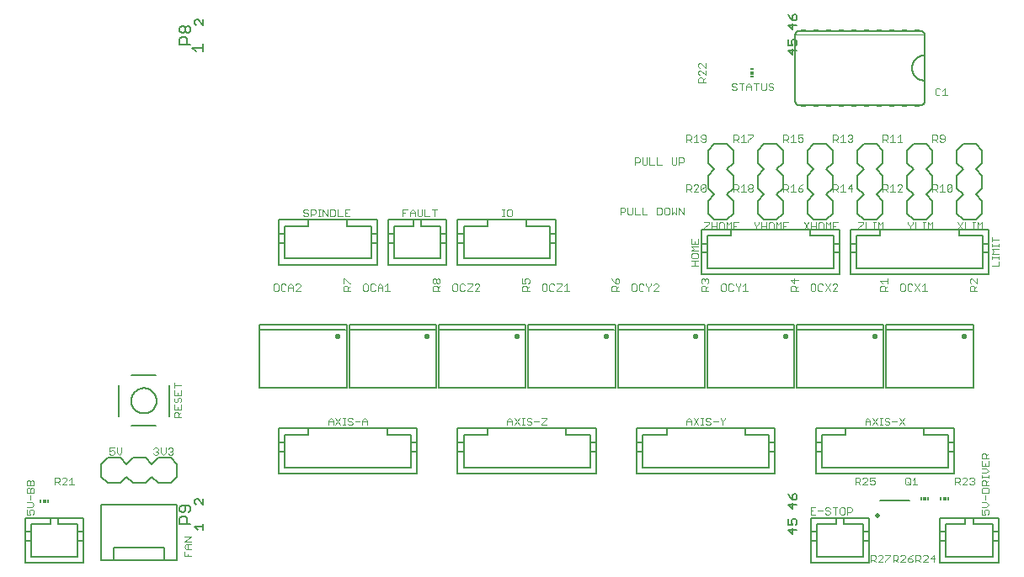
<source format=gto>
G75*
%MOIN*%
%OFA0B0*%
%FSLAX25Y25*%
%IPPOS*%
%LPD*%
%AMOC8*
5,1,8,0,0,1.08239X$1,22.5*
%
%ADD10C,0.00300*%
%ADD11C,0.00500*%
%ADD12C,0.00600*%
%ADD13C,0.02174*%
%ADD14C,0.00200*%
%ADD15R,0.02000X0.00500*%
%ADD16C,0.00800*%
%ADD17R,0.00591X0.01181*%
%ADD18R,0.01181X0.01181*%
%ADD19R,0.01181X0.00591*%
%ADD20C,0.01969*%
D10*
X0009872Y0023296D02*
X0011298Y0023296D01*
X0010823Y0024246D01*
X0010823Y0024722D01*
X0011298Y0025197D01*
X0012249Y0025197D01*
X0012724Y0024722D01*
X0012724Y0023771D01*
X0012249Y0023296D01*
X0009872Y0023296D02*
X0009872Y0025197D01*
X0009872Y0026196D02*
X0011773Y0026196D01*
X0012724Y0027146D01*
X0011773Y0028097D01*
X0009872Y0028097D01*
X0011298Y0029096D02*
X0011298Y0030997D01*
X0011298Y0031996D02*
X0011298Y0033422D01*
X0011773Y0033897D01*
X0012249Y0033897D01*
X0012724Y0033422D01*
X0012724Y0031996D01*
X0009872Y0031996D01*
X0009872Y0033422D01*
X0010347Y0033897D01*
X0010823Y0033897D01*
X0011298Y0033422D01*
X0011298Y0034896D02*
X0011298Y0036322D01*
X0011773Y0036797D01*
X0012249Y0036797D01*
X0012724Y0036322D01*
X0012724Y0034896D01*
X0009872Y0034896D01*
X0009872Y0036322D01*
X0010347Y0036797D01*
X0010823Y0036797D01*
X0011298Y0036322D01*
X0020898Y0036057D02*
X0022324Y0036057D01*
X0022799Y0036533D01*
X0022799Y0037483D01*
X0022324Y0037959D01*
X0020898Y0037959D01*
X0020898Y0035107D01*
X0021849Y0036057D02*
X0022799Y0035107D01*
X0023798Y0035107D02*
X0025699Y0037008D01*
X0025699Y0037483D01*
X0025224Y0037959D01*
X0024273Y0037959D01*
X0023798Y0037483D01*
X0023798Y0035107D02*
X0025699Y0035107D01*
X0026698Y0035107D02*
X0028600Y0035107D01*
X0027649Y0035107D02*
X0027649Y0037959D01*
X0026698Y0037008D01*
X0042552Y0047393D02*
X0043027Y0046918D01*
X0043978Y0046918D01*
X0044453Y0047393D01*
X0044453Y0048344D01*
X0043978Y0048819D01*
X0043502Y0048819D01*
X0042552Y0048344D01*
X0042552Y0049770D01*
X0044453Y0049770D01*
X0045452Y0049770D02*
X0045452Y0047868D01*
X0046402Y0046918D01*
X0047353Y0047868D01*
X0047353Y0049770D01*
X0059952Y0049294D02*
X0060428Y0049770D01*
X0061378Y0049770D01*
X0061854Y0049294D01*
X0061854Y0048819D01*
X0061378Y0048344D01*
X0061854Y0047868D01*
X0061854Y0047393D01*
X0061378Y0046918D01*
X0060428Y0046918D01*
X0059952Y0047393D01*
X0060903Y0048344D02*
X0061378Y0048344D01*
X0062852Y0047868D02*
X0063803Y0046918D01*
X0064754Y0047868D01*
X0064754Y0049770D01*
X0065752Y0049294D02*
X0066228Y0049770D01*
X0067178Y0049770D01*
X0067654Y0049294D01*
X0067654Y0048819D01*
X0067178Y0048344D01*
X0067654Y0047868D01*
X0067654Y0047393D01*
X0067178Y0046918D01*
X0066228Y0046918D01*
X0065752Y0047393D01*
X0066703Y0048344D02*
X0067178Y0048344D01*
X0062852Y0047868D02*
X0062852Y0049770D01*
X0068140Y0061945D02*
X0068140Y0063371D01*
X0068615Y0063846D01*
X0069566Y0063846D01*
X0070041Y0063371D01*
X0070041Y0061945D01*
X0070041Y0062895D02*
X0070992Y0063846D01*
X0070992Y0064845D02*
X0070992Y0066746D01*
X0070516Y0067745D02*
X0070992Y0068220D01*
X0070992Y0069171D01*
X0070516Y0069646D01*
X0070041Y0069646D01*
X0069566Y0069171D01*
X0069566Y0068220D01*
X0069090Y0067745D01*
X0068615Y0067745D01*
X0068140Y0068220D01*
X0068140Y0069171D01*
X0068615Y0069646D01*
X0068140Y0070645D02*
X0070992Y0070645D01*
X0070992Y0072546D01*
X0069566Y0071596D02*
X0069566Y0070645D01*
X0068140Y0070645D02*
X0068140Y0072546D01*
X0068140Y0073545D02*
X0068140Y0075446D01*
X0068140Y0074496D02*
X0070992Y0074496D01*
X0068140Y0066746D02*
X0068140Y0064845D01*
X0070992Y0064845D01*
X0069566Y0064845D02*
X0069566Y0065795D01*
X0070992Y0061945D02*
X0068140Y0061945D01*
X0129166Y0060630D02*
X0129166Y0058729D01*
X0129166Y0060155D02*
X0131067Y0060155D01*
X0131067Y0060630D02*
X0131067Y0058729D01*
X0132066Y0058729D02*
X0133967Y0061581D01*
X0134966Y0061581D02*
X0135917Y0061581D01*
X0135441Y0061581D02*
X0135441Y0058729D01*
X0134966Y0058729D02*
X0135917Y0058729D01*
X0136899Y0059204D02*
X0137375Y0058729D01*
X0138325Y0058729D01*
X0138801Y0059204D01*
X0138801Y0059679D01*
X0138325Y0060155D01*
X0137375Y0060155D01*
X0136899Y0060630D01*
X0136899Y0061105D01*
X0137375Y0061581D01*
X0138325Y0061581D01*
X0138801Y0061105D01*
X0139799Y0060155D02*
X0141701Y0060155D01*
X0142700Y0060155D02*
X0144601Y0060155D01*
X0144601Y0060630D02*
X0144601Y0058729D01*
X0144601Y0060630D02*
X0143650Y0061581D01*
X0142700Y0060630D01*
X0142700Y0058729D01*
X0133967Y0058729D02*
X0132066Y0061581D01*
X0131067Y0060630D02*
X0130116Y0061581D01*
X0129166Y0060630D01*
X0200032Y0060630D02*
X0200032Y0058729D01*
X0200032Y0060155D02*
X0201933Y0060155D01*
X0201933Y0060630D02*
X0201933Y0058729D01*
X0202932Y0058729D02*
X0204833Y0061581D01*
X0205832Y0061581D02*
X0206783Y0061581D01*
X0206307Y0061581D02*
X0206307Y0058729D01*
X0205832Y0058729D02*
X0206783Y0058729D01*
X0207766Y0059204D02*
X0208241Y0058729D01*
X0209192Y0058729D01*
X0209667Y0059204D01*
X0209667Y0059679D01*
X0209192Y0060155D01*
X0208241Y0060155D01*
X0207766Y0060630D01*
X0207766Y0061105D01*
X0208241Y0061581D01*
X0209192Y0061581D01*
X0209667Y0061105D01*
X0210666Y0060155D02*
X0212567Y0060155D01*
X0213566Y0059204D02*
X0215467Y0061105D01*
X0215467Y0061581D01*
X0213566Y0061581D01*
X0213566Y0059204D02*
X0213566Y0058729D01*
X0215467Y0058729D01*
X0204833Y0058729D02*
X0202932Y0061581D01*
X0201933Y0060630D02*
X0200983Y0061581D01*
X0200032Y0060630D01*
X0270898Y0060630D02*
X0270898Y0058729D01*
X0270898Y0060155D02*
X0272799Y0060155D01*
X0272799Y0060630D02*
X0272799Y0058729D01*
X0273798Y0058729D02*
X0275699Y0061581D01*
X0276698Y0061581D02*
X0277649Y0061581D01*
X0277174Y0061581D02*
X0277174Y0058729D01*
X0277649Y0058729D02*
X0276698Y0058729D01*
X0275699Y0058729D02*
X0273798Y0061581D01*
X0272799Y0060630D02*
X0271849Y0061581D01*
X0270898Y0060630D01*
X0278632Y0060630D02*
X0279107Y0060155D01*
X0280058Y0060155D01*
X0280533Y0059679D01*
X0280533Y0059204D01*
X0280058Y0058729D01*
X0279107Y0058729D01*
X0278632Y0059204D01*
X0278632Y0060630D02*
X0278632Y0061105D01*
X0279107Y0061581D01*
X0280058Y0061581D01*
X0280533Y0061105D01*
X0281532Y0060155D02*
X0283433Y0060155D01*
X0284432Y0061105D02*
X0285383Y0060155D01*
X0285383Y0058729D01*
X0285383Y0060155D02*
X0286333Y0061105D01*
X0286333Y0061581D01*
X0284432Y0061581D02*
X0284432Y0061105D01*
X0337827Y0037959D02*
X0337827Y0035107D01*
X0337827Y0036057D02*
X0339253Y0036057D01*
X0339729Y0036533D01*
X0339729Y0037483D01*
X0339253Y0037959D01*
X0337827Y0037959D01*
X0338778Y0036057D02*
X0339729Y0035107D01*
X0340727Y0035107D02*
X0342629Y0037008D01*
X0342629Y0037483D01*
X0342153Y0037959D01*
X0341203Y0037959D01*
X0340727Y0037483D01*
X0340727Y0035107D02*
X0342629Y0035107D01*
X0343627Y0035582D02*
X0344103Y0035107D01*
X0345053Y0035107D01*
X0345529Y0035582D01*
X0345529Y0036533D01*
X0345053Y0037008D01*
X0344578Y0037008D01*
X0343627Y0036533D01*
X0343627Y0037959D01*
X0345529Y0037959D01*
X0357512Y0037483D02*
X0357512Y0035582D01*
X0357988Y0035107D01*
X0358938Y0035107D01*
X0359414Y0035582D01*
X0359414Y0037483D01*
X0358938Y0037959D01*
X0357988Y0037959D01*
X0357512Y0037483D01*
X0358463Y0036057D02*
X0359414Y0035107D01*
X0360412Y0035107D02*
X0362314Y0035107D01*
X0361363Y0035107D02*
X0361363Y0037959D01*
X0360412Y0037008D01*
X0377197Y0037959D02*
X0377197Y0035107D01*
X0377197Y0036057D02*
X0378623Y0036057D01*
X0379099Y0036533D01*
X0379099Y0037483D01*
X0378623Y0037959D01*
X0377197Y0037959D01*
X0378148Y0036057D02*
X0379099Y0035107D01*
X0380097Y0035107D02*
X0381999Y0037008D01*
X0381999Y0037483D01*
X0381523Y0037959D01*
X0380573Y0037959D01*
X0380097Y0037483D01*
X0380097Y0035107D02*
X0381999Y0035107D01*
X0382997Y0035582D02*
X0383473Y0035107D01*
X0384423Y0035107D01*
X0384899Y0035582D01*
X0384899Y0036057D01*
X0384423Y0036533D01*
X0383948Y0036533D01*
X0384423Y0036533D02*
X0384899Y0037008D01*
X0384899Y0037483D01*
X0384423Y0037959D01*
X0383473Y0037959D01*
X0382997Y0037483D01*
X0387825Y0037796D02*
X0387825Y0038747D01*
X0387825Y0038272D02*
X0390677Y0038272D01*
X0390677Y0038747D02*
X0390677Y0037796D01*
X0390677Y0036797D02*
X0389726Y0035847D01*
X0389726Y0036322D02*
X0389726Y0034896D01*
X0390677Y0034896D02*
X0387825Y0034896D01*
X0387825Y0036322D01*
X0388300Y0036797D01*
X0389251Y0036797D01*
X0389726Y0036322D01*
X0390201Y0033897D02*
X0388300Y0033897D01*
X0387825Y0033422D01*
X0387825Y0031996D01*
X0390677Y0031996D01*
X0390677Y0033422D01*
X0390201Y0033897D01*
X0389251Y0030997D02*
X0389251Y0029096D01*
X0389726Y0028097D02*
X0387825Y0028097D01*
X0389726Y0028097D02*
X0390677Y0027146D01*
X0389726Y0026196D01*
X0387825Y0026196D01*
X0387825Y0025197D02*
X0387825Y0023296D01*
X0389251Y0023296D01*
X0388775Y0024246D01*
X0388775Y0024722D01*
X0389251Y0025197D01*
X0390201Y0025197D01*
X0390677Y0024722D01*
X0390677Y0023771D01*
X0390201Y0023296D01*
X0368833Y0007250D02*
X0367407Y0005824D01*
X0369309Y0005824D01*
X0368833Y0004398D02*
X0368833Y0007250D01*
X0366409Y0006775D02*
X0365933Y0007250D01*
X0364983Y0007250D01*
X0364507Y0006775D01*
X0363508Y0006775D02*
X0363033Y0007250D01*
X0361607Y0007250D01*
X0361607Y0004398D01*
X0361607Y0005349D02*
X0363033Y0005349D01*
X0363508Y0005824D01*
X0363508Y0006775D01*
X0362558Y0005349D02*
X0363508Y0004398D01*
X0364507Y0004398D02*
X0366409Y0006299D01*
X0366409Y0006775D01*
X0366409Y0004398D02*
X0364507Y0004398D01*
X0360450Y0004873D02*
X0360450Y0005349D01*
X0359975Y0005824D01*
X0358549Y0005824D01*
X0358549Y0004873D01*
X0359024Y0004398D01*
X0359975Y0004398D01*
X0360450Y0004873D01*
X0358549Y0005824D02*
X0359500Y0006775D01*
X0360450Y0007250D01*
X0357550Y0006775D02*
X0357075Y0007250D01*
X0356124Y0007250D01*
X0355649Y0006775D01*
X0354650Y0006775D02*
X0354650Y0005824D01*
X0354175Y0005349D01*
X0352749Y0005349D01*
X0353700Y0005349D02*
X0354650Y0004398D01*
X0355649Y0004398D02*
X0357550Y0006299D01*
X0357550Y0006775D01*
X0357550Y0004398D02*
X0355649Y0004398D01*
X0354650Y0006775D02*
X0354175Y0007250D01*
X0352749Y0007250D01*
X0352749Y0004398D01*
X0351592Y0006775D02*
X0349691Y0004873D01*
X0349691Y0004398D01*
X0348692Y0004398D02*
X0346791Y0004398D01*
X0348692Y0006299D01*
X0348692Y0006775D01*
X0348217Y0007250D01*
X0347266Y0007250D01*
X0346791Y0006775D01*
X0345792Y0006775D02*
X0345792Y0005824D01*
X0345317Y0005349D01*
X0343891Y0005349D01*
X0344841Y0005349D02*
X0345792Y0004398D01*
X0343891Y0004398D02*
X0343891Y0007250D01*
X0345317Y0007250D01*
X0345792Y0006775D01*
X0349691Y0007250D02*
X0351592Y0007250D01*
X0351592Y0006775D01*
X0334611Y0023296D02*
X0334611Y0026148D01*
X0336037Y0026148D01*
X0336513Y0025672D01*
X0336513Y0024722D01*
X0336037Y0024246D01*
X0334611Y0024246D01*
X0333612Y0023771D02*
X0333612Y0025672D01*
X0333137Y0026148D01*
X0332186Y0026148D01*
X0331711Y0025672D01*
X0331711Y0023771D01*
X0332186Y0023296D01*
X0333137Y0023296D01*
X0333612Y0023771D01*
X0330712Y0026148D02*
X0328811Y0026148D01*
X0329762Y0026148D02*
X0329762Y0023296D01*
X0327812Y0023771D02*
X0327812Y0024246D01*
X0327337Y0024722D01*
X0326386Y0024722D01*
X0325911Y0025197D01*
X0325911Y0025672D01*
X0326386Y0026148D01*
X0327337Y0026148D01*
X0327812Y0025672D01*
X0327812Y0023771D02*
X0327337Y0023296D01*
X0326386Y0023296D01*
X0325911Y0023771D01*
X0324912Y0024722D02*
X0323011Y0024722D01*
X0322012Y0026148D02*
X0320111Y0026148D01*
X0320111Y0023296D01*
X0322012Y0023296D01*
X0321061Y0024722D02*
X0320111Y0024722D01*
X0341764Y0058729D02*
X0341764Y0060630D01*
X0342715Y0061581D01*
X0343666Y0060630D01*
X0343666Y0058729D01*
X0344664Y0058729D02*
X0346566Y0061581D01*
X0347564Y0061581D02*
X0348515Y0061581D01*
X0348040Y0061581D02*
X0348040Y0058729D01*
X0348515Y0058729D02*
X0347564Y0058729D01*
X0346566Y0058729D02*
X0344664Y0061581D01*
X0343666Y0060155D02*
X0341764Y0060155D01*
X0349498Y0060630D02*
X0349973Y0060155D01*
X0350924Y0060155D01*
X0351399Y0059679D01*
X0351399Y0059204D01*
X0350924Y0058729D01*
X0349973Y0058729D01*
X0349498Y0059204D01*
X0349498Y0060630D02*
X0349498Y0061105D01*
X0349973Y0061581D01*
X0350924Y0061581D01*
X0351399Y0061105D01*
X0352398Y0060155D02*
X0354299Y0060155D01*
X0355298Y0061581D02*
X0357199Y0058729D01*
X0355298Y0058729D02*
X0357199Y0061581D01*
X0387825Y0046956D02*
X0388300Y0047431D01*
X0389251Y0047431D01*
X0389726Y0046956D01*
X0389726Y0045530D01*
X0389726Y0046481D02*
X0390677Y0047431D01*
X0390677Y0045530D02*
X0387825Y0045530D01*
X0387825Y0046956D01*
X0387825Y0044531D02*
X0387825Y0042630D01*
X0390677Y0042630D01*
X0390677Y0044531D01*
X0389251Y0043580D02*
X0389251Y0042630D01*
X0389726Y0041631D02*
X0387825Y0041631D01*
X0389726Y0041631D02*
X0390677Y0040680D01*
X0389726Y0039730D01*
X0387825Y0039730D01*
X0385952Y0111984D02*
X0383100Y0111984D01*
X0383100Y0113410D01*
X0383576Y0113885D01*
X0384526Y0113885D01*
X0385002Y0113410D01*
X0385002Y0111984D01*
X0385002Y0112934D02*
X0385952Y0113885D01*
X0385952Y0114884D02*
X0384051Y0116785D01*
X0383576Y0116785D01*
X0383100Y0116310D01*
X0383100Y0115359D01*
X0383576Y0114884D01*
X0385952Y0114884D02*
X0385952Y0116785D01*
X0391762Y0121721D02*
X0394614Y0121721D01*
X0394614Y0123622D01*
X0394614Y0124621D02*
X0394614Y0125572D01*
X0394614Y0125096D02*
X0391762Y0125096D01*
X0391762Y0124621D02*
X0391762Y0125572D01*
X0391762Y0126554D02*
X0392712Y0127505D01*
X0391762Y0128456D01*
X0394614Y0128456D01*
X0394614Y0129454D02*
X0394614Y0130405D01*
X0394614Y0129930D02*
X0391762Y0129930D01*
X0391762Y0130405D02*
X0391762Y0129454D01*
X0391762Y0131388D02*
X0391762Y0133289D01*
X0391762Y0132339D02*
X0394614Y0132339D01*
X0388009Y0136288D02*
X0388009Y0139140D01*
X0387059Y0138189D01*
X0386108Y0139140D01*
X0386108Y0136288D01*
X0385125Y0136288D02*
X0384175Y0136288D01*
X0384650Y0136288D02*
X0384650Y0139140D01*
X0384175Y0139140D02*
X0385125Y0139140D01*
X0381275Y0139140D02*
X0381275Y0136288D01*
X0383176Y0136288D01*
X0380276Y0136288D02*
X0378375Y0139140D01*
X0380276Y0139140D02*
X0378375Y0136288D01*
X0368324Y0136288D02*
X0368324Y0139140D01*
X0367374Y0138189D01*
X0366423Y0139140D01*
X0366423Y0136288D01*
X0365440Y0136288D02*
X0364490Y0136288D01*
X0364965Y0136288D02*
X0364965Y0139140D01*
X0364490Y0139140D02*
X0365440Y0139140D01*
X0361590Y0139140D02*
X0361590Y0136288D01*
X0363491Y0136288D01*
X0360591Y0138664D02*
X0359640Y0137714D01*
X0359640Y0136288D01*
X0359640Y0137714D02*
X0358689Y0138664D01*
X0358689Y0139140D01*
X0360591Y0139140D02*
X0360591Y0138664D01*
X0348639Y0139140D02*
X0348639Y0136288D01*
X0346738Y0136288D02*
X0346738Y0139140D01*
X0347689Y0138189D01*
X0348639Y0139140D01*
X0345755Y0139140D02*
X0344805Y0139140D01*
X0345280Y0139140D02*
X0345280Y0136288D01*
X0344805Y0136288D02*
X0345755Y0136288D01*
X0343806Y0136288D02*
X0341905Y0136288D01*
X0341905Y0139140D01*
X0340906Y0139140D02*
X0340906Y0138664D01*
X0339004Y0136763D01*
X0339004Y0136288D01*
X0340906Y0136288D01*
X0340906Y0139140D02*
X0339004Y0139140D01*
X0330923Y0139140D02*
X0329022Y0139140D01*
X0329022Y0136288D01*
X0330923Y0136288D01*
X0329972Y0137714D02*
X0329022Y0137714D01*
X0328023Y0139140D02*
X0328023Y0136288D01*
X0326121Y0136288D02*
X0326121Y0139140D01*
X0327072Y0138189D01*
X0328023Y0139140D01*
X0325123Y0138664D02*
X0324647Y0139140D01*
X0323697Y0139140D01*
X0323221Y0138664D01*
X0323221Y0136763D01*
X0323697Y0136288D01*
X0324647Y0136288D01*
X0325123Y0136763D01*
X0325123Y0138664D01*
X0322223Y0139140D02*
X0322223Y0136288D01*
X0322223Y0137714D02*
X0320321Y0137714D01*
X0320321Y0136288D02*
X0320321Y0139140D01*
X0319322Y0139140D02*
X0317421Y0136288D01*
X0319322Y0136288D02*
X0317421Y0139140D01*
X0311238Y0139140D02*
X0309336Y0139140D01*
X0309336Y0136288D01*
X0311238Y0136288D01*
X0310287Y0137714D02*
X0309336Y0137714D01*
X0308338Y0139140D02*
X0308338Y0136288D01*
X0306436Y0136288D02*
X0306436Y0139140D01*
X0307387Y0138189D01*
X0308338Y0139140D01*
X0305438Y0138664D02*
X0304962Y0139140D01*
X0304012Y0139140D01*
X0303536Y0138664D01*
X0303536Y0136763D01*
X0304012Y0136288D01*
X0304962Y0136288D01*
X0305438Y0136763D01*
X0305438Y0138664D01*
X0302538Y0139140D02*
X0302538Y0136288D01*
X0302538Y0137714D02*
X0300636Y0137714D01*
X0299637Y0138664D02*
X0299637Y0139140D01*
X0299637Y0138664D02*
X0298687Y0137714D01*
X0298687Y0136288D01*
X0298687Y0137714D02*
X0297736Y0138664D01*
X0297736Y0139140D01*
X0300636Y0139140D02*
X0300636Y0136288D01*
X0291553Y0136288D02*
X0289651Y0136288D01*
X0289651Y0139140D01*
X0291553Y0139140D01*
X0290602Y0137714D02*
X0289651Y0137714D01*
X0288653Y0139140D02*
X0288653Y0136288D01*
X0286751Y0136288D02*
X0286751Y0139140D01*
X0287702Y0138189D01*
X0288653Y0139140D01*
X0285753Y0138664D02*
X0285277Y0139140D01*
X0284327Y0139140D01*
X0283851Y0138664D01*
X0283851Y0136763D01*
X0284327Y0136288D01*
X0285277Y0136288D01*
X0285753Y0136763D01*
X0285753Y0138664D01*
X0282852Y0139140D02*
X0282852Y0136288D01*
X0282852Y0137714D02*
X0280951Y0137714D01*
X0279952Y0138664D02*
X0279952Y0139140D01*
X0278051Y0139140D01*
X0279952Y0138664D02*
X0278051Y0136763D01*
X0278051Y0136288D01*
X0279952Y0136288D01*
X0280951Y0136288D02*
X0280951Y0139140D01*
X0275716Y0132533D02*
X0275716Y0130632D01*
X0272864Y0130632D01*
X0272864Y0132533D01*
X0274290Y0131582D02*
X0274290Y0130632D01*
X0272864Y0129633D02*
X0275716Y0129633D01*
X0275716Y0127732D02*
X0272864Y0127732D01*
X0273815Y0128682D01*
X0272864Y0129633D01*
X0273339Y0126733D02*
X0272864Y0126258D01*
X0272864Y0125307D01*
X0273339Y0124832D01*
X0275241Y0124832D01*
X0275716Y0125307D01*
X0275716Y0126258D01*
X0275241Y0126733D01*
X0273339Y0126733D01*
X0272864Y0123833D02*
X0275716Y0123833D01*
X0274290Y0123833D02*
X0274290Y0121931D01*
X0275716Y0121931D02*
X0272864Y0121931D01*
X0277276Y0116785D02*
X0277752Y0116785D01*
X0278227Y0116310D01*
X0278702Y0116785D01*
X0279178Y0116785D01*
X0279653Y0116310D01*
X0279653Y0115359D01*
X0279178Y0114884D01*
X0279653Y0113885D02*
X0278702Y0112934D01*
X0278702Y0113410D02*
X0278702Y0111984D01*
X0279653Y0111984D02*
X0276801Y0111984D01*
X0276801Y0113410D01*
X0277276Y0113885D01*
X0278227Y0113885D01*
X0278702Y0113410D01*
X0277276Y0114884D02*
X0276801Y0115359D01*
X0276801Y0116310D01*
X0277276Y0116785D01*
X0278227Y0116310D02*
X0278227Y0115834D01*
X0284678Y0114255D02*
X0284678Y0112354D01*
X0285153Y0111878D01*
X0286104Y0111878D01*
X0286579Y0112354D01*
X0286579Y0114255D01*
X0286104Y0114730D01*
X0285153Y0114730D01*
X0284678Y0114255D01*
X0287578Y0114255D02*
X0287578Y0112354D01*
X0288053Y0111878D01*
X0289004Y0111878D01*
X0289479Y0112354D01*
X0289479Y0114255D02*
X0289004Y0114730D01*
X0288053Y0114730D01*
X0287578Y0114255D01*
X0290478Y0114255D02*
X0291428Y0113304D01*
X0291428Y0111878D01*
X0291428Y0113304D02*
X0292379Y0114255D01*
X0292379Y0114730D01*
X0293378Y0113780D02*
X0294329Y0114730D01*
X0294329Y0111878D01*
X0295279Y0111878D02*
X0293378Y0111878D01*
X0290478Y0114255D02*
X0290478Y0114730D01*
X0312234Y0113410D02*
X0312234Y0111984D01*
X0315086Y0111984D01*
X0314136Y0111984D02*
X0314136Y0113410D01*
X0313660Y0113885D01*
X0312710Y0113885D01*
X0312234Y0113410D01*
X0314136Y0112934D02*
X0315086Y0113885D01*
X0313660Y0114884D02*
X0313660Y0116785D01*
X0312234Y0116310D02*
X0313660Y0114884D01*
X0315086Y0116310D02*
X0312234Y0116310D01*
X0320111Y0114255D02*
X0320111Y0112354D01*
X0320586Y0111878D01*
X0321537Y0111878D01*
X0322012Y0112354D01*
X0322012Y0114255D01*
X0321537Y0114730D01*
X0320586Y0114730D01*
X0320111Y0114255D01*
X0323011Y0114255D02*
X0323011Y0112354D01*
X0323486Y0111878D01*
X0324437Y0111878D01*
X0324912Y0112354D01*
X0325911Y0111878D02*
X0327812Y0114730D01*
X0328811Y0114255D02*
X0329286Y0114730D01*
X0330237Y0114730D01*
X0330712Y0114255D01*
X0330712Y0113780D01*
X0328811Y0111878D01*
X0330712Y0111878D01*
X0327812Y0111878D02*
X0325911Y0114730D01*
X0324912Y0114255D02*
X0324437Y0114730D01*
X0323486Y0114730D01*
X0323011Y0114255D01*
X0347667Y0113410D02*
X0347667Y0111984D01*
X0350519Y0111984D01*
X0349569Y0111984D02*
X0349569Y0113410D01*
X0349093Y0113885D01*
X0348143Y0113885D01*
X0347667Y0113410D01*
X0348618Y0114884D02*
X0347667Y0115834D01*
X0350519Y0115834D01*
X0350519Y0114884D02*
X0350519Y0116785D01*
X0350519Y0113885D02*
X0349569Y0112934D01*
X0355544Y0112354D02*
X0356019Y0111878D01*
X0356970Y0111878D01*
X0357445Y0112354D01*
X0357445Y0114255D01*
X0356970Y0114730D01*
X0356019Y0114730D01*
X0355544Y0114255D01*
X0355544Y0112354D01*
X0358444Y0112354D02*
X0358444Y0114255D01*
X0358919Y0114730D01*
X0359870Y0114730D01*
X0360345Y0114255D01*
X0361344Y0114730D02*
X0363245Y0111878D01*
X0364244Y0111878D02*
X0366145Y0111878D01*
X0365195Y0111878D02*
X0365195Y0114730D01*
X0364244Y0113780D01*
X0363245Y0114730D02*
X0361344Y0111878D01*
X0360345Y0112354D02*
X0359870Y0111878D01*
X0358919Y0111878D01*
X0358444Y0112354D01*
X0391762Y0126554D02*
X0394614Y0126554D01*
X0375565Y0151248D02*
X0374615Y0151248D01*
X0374139Y0151724D01*
X0376041Y0153625D01*
X0376041Y0151724D01*
X0375565Y0151248D01*
X0374139Y0151724D02*
X0374139Y0153625D01*
X0374615Y0154100D01*
X0375565Y0154100D01*
X0376041Y0153625D01*
X0373140Y0151248D02*
X0371239Y0151248D01*
X0372190Y0151248D02*
X0372190Y0154100D01*
X0371239Y0153150D01*
X0370240Y0153625D02*
X0370240Y0152674D01*
X0369765Y0152199D01*
X0368339Y0152199D01*
X0368339Y0151248D02*
X0368339Y0154100D01*
X0369765Y0154100D01*
X0370240Y0153625D01*
X0369290Y0152199D02*
X0370240Y0151248D01*
X0356356Y0151248D02*
X0354454Y0151248D01*
X0356356Y0153150D01*
X0356356Y0153625D01*
X0355880Y0154100D01*
X0354929Y0154100D01*
X0354454Y0153625D01*
X0352505Y0154100D02*
X0352505Y0151248D01*
X0353455Y0151248D02*
X0351554Y0151248D01*
X0350555Y0151248D02*
X0349605Y0152199D01*
X0350080Y0152199D02*
X0348654Y0152199D01*
X0348654Y0151248D02*
X0348654Y0154100D01*
X0350080Y0154100D01*
X0350555Y0153625D01*
X0350555Y0152674D01*
X0350080Y0152199D01*
X0351554Y0153150D02*
X0352505Y0154100D01*
X0336670Y0152674D02*
X0334769Y0152674D01*
X0336195Y0154100D01*
X0336195Y0151248D01*
X0333770Y0151248D02*
X0331869Y0151248D01*
X0332820Y0151248D02*
X0332820Y0154100D01*
X0331869Y0153150D01*
X0330870Y0153625D02*
X0330870Y0152674D01*
X0330395Y0152199D01*
X0328969Y0152199D01*
X0329920Y0152199D02*
X0330870Y0151248D01*
X0328969Y0151248D02*
X0328969Y0154100D01*
X0330395Y0154100D01*
X0330870Y0153625D01*
X0316985Y0154100D02*
X0316035Y0153625D01*
X0315084Y0152674D01*
X0316510Y0152674D01*
X0316985Y0152199D01*
X0316985Y0151724D01*
X0316510Y0151248D01*
X0315559Y0151248D01*
X0315084Y0151724D01*
X0315084Y0152674D01*
X0314085Y0151248D02*
X0312184Y0151248D01*
X0313135Y0151248D02*
X0313135Y0154100D01*
X0312184Y0153150D01*
X0311185Y0153625D02*
X0311185Y0152674D01*
X0310710Y0152199D01*
X0309284Y0152199D01*
X0310235Y0152199D02*
X0311185Y0151248D01*
X0309284Y0151248D02*
X0309284Y0154100D01*
X0310710Y0154100D01*
X0311185Y0153625D01*
X0297300Y0153625D02*
X0297300Y0153150D01*
X0296825Y0152674D01*
X0295874Y0152674D01*
X0295399Y0153150D01*
X0295399Y0153625D01*
X0295874Y0154100D01*
X0296825Y0154100D01*
X0297300Y0153625D01*
X0296825Y0152674D02*
X0297300Y0152199D01*
X0297300Y0151724D01*
X0296825Y0151248D01*
X0295874Y0151248D01*
X0295399Y0151724D01*
X0295399Y0152199D01*
X0295874Y0152674D01*
X0294400Y0151248D02*
X0292499Y0151248D01*
X0293450Y0151248D02*
X0293450Y0154100D01*
X0292499Y0153150D01*
X0291500Y0153625D02*
X0291500Y0152674D01*
X0291025Y0152199D01*
X0289599Y0152199D01*
X0290549Y0152199D02*
X0291500Y0151248D01*
X0289599Y0151248D02*
X0289599Y0154100D01*
X0291025Y0154100D01*
X0291500Y0153625D01*
X0278600Y0153625D02*
X0276698Y0151724D01*
X0277174Y0151248D01*
X0278124Y0151248D01*
X0278600Y0151724D01*
X0278600Y0153625D01*
X0278124Y0154100D01*
X0277174Y0154100D01*
X0276698Y0153625D01*
X0276698Y0151724D01*
X0275699Y0151248D02*
X0273798Y0151248D01*
X0275699Y0153150D01*
X0275699Y0153625D01*
X0275224Y0154100D01*
X0274273Y0154100D01*
X0273798Y0153625D01*
X0272799Y0153625D02*
X0272799Y0152674D01*
X0272324Y0152199D01*
X0270898Y0152199D01*
X0270898Y0151248D02*
X0270898Y0154100D01*
X0272324Y0154100D01*
X0272799Y0153625D01*
X0271849Y0152199D02*
X0272799Y0151248D01*
X0269899Y0145045D02*
X0269899Y0142193D01*
X0267998Y0145045D01*
X0267998Y0142193D01*
X0266999Y0142193D02*
X0266999Y0145045D01*
X0265098Y0145045D02*
X0265098Y0142193D01*
X0266048Y0143144D01*
X0266999Y0142193D01*
X0264099Y0142669D02*
X0264099Y0144570D01*
X0263624Y0145045D01*
X0262673Y0145045D01*
X0262198Y0144570D01*
X0262198Y0142669D01*
X0262673Y0142193D01*
X0263624Y0142193D01*
X0264099Y0142669D01*
X0261199Y0142669D02*
X0261199Y0144570D01*
X0260724Y0145045D01*
X0259298Y0145045D01*
X0259298Y0142193D01*
X0260724Y0142193D01*
X0261199Y0142669D01*
X0255399Y0142193D02*
X0253497Y0142193D01*
X0253497Y0145045D01*
X0250597Y0145045D02*
X0250597Y0142193D01*
X0252499Y0142193D01*
X0249598Y0142669D02*
X0249598Y0145045D01*
X0247697Y0145045D02*
X0247697Y0142669D01*
X0248172Y0142193D01*
X0249123Y0142193D01*
X0249598Y0142669D01*
X0246698Y0143619D02*
X0246223Y0143144D01*
X0244797Y0143144D01*
X0244797Y0142193D02*
X0244797Y0145045D01*
X0246223Y0145045D01*
X0246698Y0144570D01*
X0246698Y0143619D01*
X0250597Y0161878D02*
X0250597Y0164730D01*
X0252023Y0164730D01*
X0252499Y0164255D01*
X0252499Y0163304D01*
X0252023Y0162829D01*
X0250597Y0162829D01*
X0253497Y0162354D02*
X0253973Y0161878D01*
X0254923Y0161878D01*
X0255399Y0162354D01*
X0255399Y0164730D01*
X0256397Y0164730D02*
X0256397Y0161878D01*
X0258299Y0161878D01*
X0259298Y0161878D02*
X0261199Y0161878D01*
X0259298Y0161878D02*
X0259298Y0164730D01*
X0253497Y0164730D02*
X0253497Y0162354D01*
X0265098Y0162354D02*
X0265573Y0161878D01*
X0266524Y0161878D01*
X0266999Y0162354D01*
X0266999Y0164730D01*
X0267998Y0164730D02*
X0269424Y0164730D01*
X0269899Y0164255D01*
X0269899Y0163304D01*
X0269424Y0162829D01*
X0267998Y0162829D01*
X0267998Y0161878D02*
X0267998Y0164730D01*
X0265098Y0164730D02*
X0265098Y0162354D01*
X0270898Y0170933D02*
X0270898Y0173786D01*
X0272324Y0173786D01*
X0272799Y0173310D01*
X0272799Y0172359D01*
X0272324Y0171884D01*
X0270898Y0171884D01*
X0271849Y0171884D02*
X0272799Y0170933D01*
X0273798Y0170933D02*
X0275699Y0170933D01*
X0274749Y0170933D02*
X0274749Y0173786D01*
X0273798Y0172835D01*
X0276698Y0172835D02*
X0277174Y0172359D01*
X0278600Y0172359D01*
X0278600Y0171409D02*
X0278600Y0173310D01*
X0278124Y0173786D01*
X0277174Y0173786D01*
X0276698Y0173310D01*
X0276698Y0172835D01*
X0276698Y0171409D02*
X0277174Y0170933D01*
X0278124Y0170933D01*
X0278600Y0171409D01*
X0289599Y0171884D02*
X0291025Y0171884D01*
X0291500Y0172359D01*
X0291500Y0173310D01*
X0291025Y0173786D01*
X0289599Y0173786D01*
X0289599Y0170933D01*
X0290549Y0171884D02*
X0291500Y0170933D01*
X0292499Y0170933D02*
X0294400Y0170933D01*
X0293450Y0170933D02*
X0293450Y0173786D01*
X0292499Y0172835D01*
X0295399Y0173786D02*
X0297300Y0173786D01*
X0297300Y0173310D01*
X0295399Y0171409D01*
X0295399Y0170933D01*
X0309284Y0170933D02*
X0309284Y0173786D01*
X0310710Y0173786D01*
X0311185Y0173310D01*
X0311185Y0172359D01*
X0310710Y0171884D01*
X0309284Y0171884D01*
X0310235Y0171884D02*
X0311185Y0170933D01*
X0312184Y0170933D02*
X0314085Y0170933D01*
X0313135Y0170933D02*
X0313135Y0173786D01*
X0312184Y0172835D01*
X0315084Y0172359D02*
X0316035Y0172835D01*
X0316510Y0172835D01*
X0316985Y0172359D01*
X0316985Y0171409D01*
X0316510Y0170933D01*
X0315559Y0170933D01*
X0315084Y0171409D01*
X0315084Y0172359D02*
X0315084Y0173786D01*
X0316985Y0173786D01*
X0328969Y0173786D02*
X0328969Y0170933D01*
X0328969Y0171884D02*
X0330395Y0171884D01*
X0330870Y0172359D01*
X0330870Y0173310D01*
X0330395Y0173786D01*
X0328969Y0173786D01*
X0329920Y0171884D02*
X0330870Y0170933D01*
X0331869Y0170933D02*
X0333770Y0170933D01*
X0332820Y0170933D02*
X0332820Y0173786D01*
X0331869Y0172835D01*
X0334769Y0173310D02*
X0335244Y0173786D01*
X0336195Y0173786D01*
X0336670Y0173310D01*
X0336670Y0172835D01*
X0336195Y0172359D01*
X0336670Y0171884D01*
X0336670Y0171409D01*
X0336195Y0170933D01*
X0335244Y0170933D01*
X0334769Y0171409D01*
X0335720Y0172359D02*
X0336195Y0172359D01*
X0348654Y0171884D02*
X0350080Y0171884D01*
X0350555Y0172359D01*
X0350555Y0173310D01*
X0350080Y0173786D01*
X0348654Y0173786D01*
X0348654Y0170933D01*
X0349605Y0171884D02*
X0350555Y0170933D01*
X0351554Y0170933D02*
X0353455Y0170933D01*
X0352505Y0170933D02*
X0352505Y0173786D01*
X0351554Y0172835D01*
X0354454Y0172835D02*
X0355405Y0173786D01*
X0355405Y0170933D01*
X0354454Y0170933D02*
X0356356Y0170933D01*
X0368339Y0170933D02*
X0368339Y0173786D01*
X0369765Y0173786D01*
X0370240Y0173310D01*
X0370240Y0172359D01*
X0369765Y0171884D01*
X0368339Y0171884D01*
X0369290Y0171884D02*
X0370240Y0170933D01*
X0371239Y0171409D02*
X0371714Y0170933D01*
X0372665Y0170933D01*
X0373140Y0171409D01*
X0373140Y0173310D01*
X0372665Y0173786D01*
X0371714Y0173786D01*
X0371239Y0173310D01*
X0371239Y0172835D01*
X0371714Y0172359D01*
X0373140Y0172359D01*
X0373279Y0189437D02*
X0373279Y0192289D01*
X0372329Y0191339D01*
X0371330Y0191814D02*
X0370855Y0192289D01*
X0369904Y0192289D01*
X0369429Y0191814D01*
X0369429Y0189913D01*
X0369904Y0189437D01*
X0370855Y0189437D01*
X0371330Y0189913D01*
X0372329Y0189437D02*
X0374230Y0189437D01*
X0305332Y0191881D02*
X0304857Y0191406D01*
X0303906Y0191406D01*
X0303431Y0191881D01*
X0302432Y0191881D02*
X0302432Y0194258D01*
X0303431Y0193783D02*
X0303431Y0193307D01*
X0303906Y0192832D01*
X0304857Y0192832D01*
X0305332Y0192357D01*
X0305332Y0191881D01*
X0305332Y0193783D02*
X0304857Y0194258D01*
X0303906Y0194258D01*
X0303431Y0193783D01*
X0302432Y0191881D02*
X0301957Y0191406D01*
X0301006Y0191406D01*
X0300531Y0191881D01*
X0300531Y0194258D01*
X0299532Y0194258D02*
X0297631Y0194258D01*
X0298581Y0194258D02*
X0298581Y0191406D01*
X0296632Y0191406D02*
X0296632Y0193307D01*
X0295681Y0194258D01*
X0294731Y0193307D01*
X0294731Y0191406D01*
X0294731Y0192832D02*
X0296632Y0192832D01*
X0293732Y0194258D02*
X0291831Y0194258D01*
X0292781Y0194258D02*
X0292781Y0191406D01*
X0290832Y0191881D02*
X0290356Y0191406D01*
X0289406Y0191406D01*
X0288930Y0191881D01*
X0289406Y0192832D02*
X0290356Y0192832D01*
X0290832Y0192357D01*
X0290832Y0191881D01*
X0289406Y0192832D02*
X0288930Y0193307D01*
X0288930Y0193783D01*
X0289406Y0194258D01*
X0290356Y0194258D01*
X0290832Y0193783D01*
X0278472Y0194556D02*
X0275620Y0194556D01*
X0275620Y0195982D01*
X0276095Y0196457D01*
X0277046Y0196457D01*
X0277521Y0195982D01*
X0277521Y0194556D01*
X0277521Y0195506D02*
X0278472Y0196457D01*
X0278472Y0197456D02*
X0276571Y0199357D01*
X0276095Y0199357D01*
X0275620Y0198882D01*
X0275620Y0197931D01*
X0276095Y0197456D01*
X0278472Y0197456D02*
X0278472Y0199357D01*
X0278472Y0200356D02*
X0276571Y0202257D01*
X0276095Y0202257D01*
X0275620Y0201782D01*
X0275620Y0200831D01*
X0276095Y0200356D01*
X0278472Y0200356D02*
X0278472Y0202257D01*
X0201898Y0143783D02*
X0201423Y0144258D01*
X0200472Y0144258D01*
X0199997Y0143783D01*
X0199997Y0141881D01*
X0200472Y0141406D01*
X0201423Y0141406D01*
X0201898Y0141881D01*
X0201898Y0143783D01*
X0199014Y0144258D02*
X0198063Y0144258D01*
X0198539Y0144258D02*
X0198539Y0141406D01*
X0199014Y0141406D02*
X0198063Y0141406D01*
X0172195Y0144258D02*
X0170294Y0144258D01*
X0171244Y0144258D02*
X0171244Y0141406D01*
X0169295Y0141406D02*
X0167394Y0141406D01*
X0167394Y0144258D01*
X0166395Y0144258D02*
X0166395Y0141881D01*
X0165920Y0141406D01*
X0164969Y0141406D01*
X0164494Y0141881D01*
X0164494Y0144258D01*
X0163495Y0143307D02*
X0163495Y0141406D01*
X0163495Y0142832D02*
X0161593Y0142832D01*
X0161593Y0143307D02*
X0162544Y0144258D01*
X0163495Y0143307D01*
X0161593Y0143307D02*
X0161593Y0141406D01*
X0159644Y0142832D02*
X0158693Y0142832D01*
X0158693Y0141406D02*
X0158693Y0144258D01*
X0160595Y0144258D01*
X0137659Y0144258D02*
X0135757Y0144258D01*
X0135757Y0141406D01*
X0137659Y0141406D01*
X0136708Y0142832D02*
X0135757Y0142832D01*
X0134758Y0141406D02*
X0132857Y0141406D01*
X0132857Y0144258D01*
X0131858Y0143783D02*
X0131858Y0141881D01*
X0131383Y0141406D01*
X0129957Y0141406D01*
X0129957Y0144258D01*
X0131383Y0144258D01*
X0131858Y0143783D01*
X0128958Y0144258D02*
X0128958Y0141406D01*
X0127057Y0144258D01*
X0127057Y0141406D01*
X0126074Y0141406D02*
X0125123Y0141406D01*
X0125599Y0141406D02*
X0125599Y0144258D01*
X0126074Y0144258D02*
X0125123Y0144258D01*
X0124125Y0143783D02*
X0124125Y0142832D01*
X0123649Y0142357D01*
X0122223Y0142357D01*
X0122223Y0141406D02*
X0122223Y0144258D01*
X0123649Y0144258D01*
X0124125Y0143783D01*
X0121225Y0143783D02*
X0120749Y0144258D01*
X0119799Y0144258D01*
X0119323Y0143783D01*
X0119323Y0143307D01*
X0119799Y0142832D01*
X0120749Y0142832D01*
X0121225Y0142357D01*
X0121225Y0141881D01*
X0120749Y0141406D01*
X0119799Y0141406D01*
X0119323Y0141881D01*
X0135069Y0116785D02*
X0135544Y0116785D01*
X0137446Y0114884D01*
X0137921Y0114884D01*
X0137921Y0113885D02*
X0136970Y0112934D01*
X0136970Y0113410D02*
X0136970Y0111984D01*
X0137921Y0111984D02*
X0135069Y0111984D01*
X0135069Y0113410D01*
X0135544Y0113885D01*
X0136495Y0113885D01*
X0136970Y0113410D01*
X0135069Y0114884D02*
X0135069Y0116785D01*
X0142945Y0114255D02*
X0142945Y0112354D01*
X0143421Y0111878D01*
X0144371Y0111878D01*
X0144847Y0112354D01*
X0144847Y0114255D01*
X0144371Y0114730D01*
X0143421Y0114730D01*
X0142945Y0114255D01*
X0145845Y0114255D02*
X0145845Y0112354D01*
X0146321Y0111878D01*
X0147271Y0111878D01*
X0147747Y0112354D01*
X0148745Y0111878D02*
X0148745Y0113780D01*
X0149696Y0114730D01*
X0150647Y0113780D01*
X0150647Y0111878D01*
X0151646Y0111878D02*
X0153547Y0111878D01*
X0152596Y0111878D02*
X0152596Y0114730D01*
X0151646Y0113780D01*
X0150647Y0113304D02*
X0148745Y0113304D01*
X0147747Y0114255D02*
X0147271Y0114730D01*
X0146321Y0114730D01*
X0145845Y0114255D01*
X0170502Y0113410D02*
X0170502Y0111984D01*
X0173354Y0111984D01*
X0172403Y0111984D02*
X0172403Y0113410D01*
X0171928Y0113885D01*
X0170977Y0113885D01*
X0170502Y0113410D01*
X0170977Y0114884D02*
X0171453Y0114884D01*
X0171928Y0115359D01*
X0171928Y0116310D01*
X0172403Y0116785D01*
X0172879Y0116785D01*
X0173354Y0116310D01*
X0173354Y0115359D01*
X0172879Y0114884D01*
X0172403Y0114884D01*
X0171928Y0115359D01*
X0171928Y0116310D02*
X0171453Y0116785D01*
X0170977Y0116785D01*
X0170502Y0116310D01*
X0170502Y0115359D01*
X0170977Y0114884D01*
X0172403Y0112934D02*
X0173354Y0113885D01*
X0178378Y0114255D02*
X0178378Y0112354D01*
X0178854Y0111878D01*
X0179804Y0111878D01*
X0180280Y0112354D01*
X0180280Y0114255D01*
X0179804Y0114730D01*
X0178854Y0114730D01*
X0178378Y0114255D01*
X0181278Y0114255D02*
X0181278Y0112354D01*
X0181754Y0111878D01*
X0182704Y0111878D01*
X0183180Y0112354D01*
X0184179Y0112354D02*
X0186080Y0114255D01*
X0186080Y0114730D01*
X0184179Y0114730D01*
X0183180Y0114255D02*
X0182704Y0114730D01*
X0181754Y0114730D01*
X0181278Y0114255D01*
X0184179Y0112354D02*
X0184179Y0111878D01*
X0186080Y0111878D01*
X0187079Y0111878D02*
X0188980Y0113780D01*
X0188980Y0114255D01*
X0188505Y0114730D01*
X0187554Y0114730D01*
X0187079Y0114255D01*
X0187079Y0111878D02*
X0188980Y0111878D01*
X0205935Y0111984D02*
X0205935Y0113410D01*
X0206410Y0113885D01*
X0207361Y0113885D01*
X0207836Y0113410D01*
X0207836Y0111984D01*
X0207836Y0112934D02*
X0208787Y0113885D01*
X0208312Y0114884D02*
X0208787Y0115359D01*
X0208787Y0116310D01*
X0208312Y0116785D01*
X0207361Y0116785D01*
X0206886Y0116310D01*
X0206886Y0115834D01*
X0207361Y0114884D01*
X0205935Y0114884D01*
X0205935Y0116785D01*
X0205935Y0111984D02*
X0208787Y0111984D01*
X0213811Y0112354D02*
X0213811Y0114255D01*
X0214287Y0114730D01*
X0215237Y0114730D01*
X0215713Y0114255D01*
X0215713Y0112354D01*
X0215237Y0111878D01*
X0214287Y0111878D01*
X0213811Y0112354D01*
X0216712Y0112354D02*
X0216712Y0114255D01*
X0217187Y0114730D01*
X0218138Y0114730D01*
X0218613Y0114255D01*
X0219612Y0114730D02*
X0221513Y0114730D01*
X0221513Y0114255D01*
X0219612Y0112354D01*
X0219612Y0111878D01*
X0221513Y0111878D01*
X0222512Y0111878D02*
X0224413Y0111878D01*
X0223462Y0111878D02*
X0223462Y0114730D01*
X0222512Y0113780D01*
X0218613Y0112354D02*
X0218138Y0111878D01*
X0217187Y0111878D01*
X0216712Y0112354D01*
X0241368Y0111984D02*
X0241368Y0113410D01*
X0241843Y0113885D01*
X0242794Y0113885D01*
X0243269Y0113410D01*
X0243269Y0111984D01*
X0243269Y0112934D02*
X0244220Y0113885D01*
X0243745Y0114884D02*
X0244220Y0115359D01*
X0244220Y0116310D01*
X0243745Y0116785D01*
X0243269Y0116785D01*
X0242794Y0116310D01*
X0242794Y0114884D01*
X0243745Y0114884D01*
X0242794Y0114884D02*
X0241843Y0115834D01*
X0241368Y0116785D01*
X0241368Y0111984D02*
X0244220Y0111984D01*
X0249244Y0112354D02*
X0249244Y0114255D01*
X0249720Y0114730D01*
X0250671Y0114730D01*
X0251146Y0114255D01*
X0251146Y0112354D01*
X0250671Y0111878D01*
X0249720Y0111878D01*
X0249244Y0112354D01*
X0252145Y0112354D02*
X0252145Y0114255D01*
X0252620Y0114730D01*
X0253571Y0114730D01*
X0254046Y0114255D01*
X0255045Y0114255D02*
X0255995Y0113304D01*
X0255995Y0111878D01*
X0255995Y0113304D02*
X0256946Y0114255D01*
X0256946Y0114730D01*
X0257945Y0114255D02*
X0258420Y0114730D01*
X0259371Y0114730D01*
X0259846Y0114255D01*
X0259846Y0113780D01*
X0257945Y0111878D01*
X0259846Y0111878D01*
X0255045Y0114255D02*
X0255045Y0114730D01*
X0254046Y0112354D02*
X0253571Y0111878D01*
X0252620Y0111878D01*
X0252145Y0112354D01*
X0118114Y0111878D02*
X0116213Y0111878D01*
X0118114Y0113780D01*
X0118114Y0114255D01*
X0117639Y0114730D01*
X0116688Y0114730D01*
X0116213Y0114255D01*
X0115214Y0113780D02*
X0115214Y0111878D01*
X0115214Y0113304D02*
X0113312Y0113304D01*
X0113312Y0113780D02*
X0114263Y0114730D01*
X0115214Y0113780D01*
X0113312Y0113780D02*
X0113312Y0111878D01*
X0112314Y0112354D02*
X0111838Y0111878D01*
X0110888Y0111878D01*
X0110412Y0112354D01*
X0110412Y0114255D01*
X0110888Y0114730D01*
X0111838Y0114730D01*
X0112314Y0114255D01*
X0109414Y0114255D02*
X0109414Y0112354D01*
X0108938Y0111878D01*
X0107988Y0111878D01*
X0107512Y0112354D01*
X0107512Y0114255D01*
X0107988Y0114730D01*
X0108938Y0114730D01*
X0109414Y0114255D01*
X0074929Y0014423D02*
X0072077Y0014423D01*
X0072077Y0012522D02*
X0074929Y0014423D01*
X0074929Y0012522D02*
X0072077Y0012522D01*
X0073027Y0011523D02*
X0074929Y0011523D01*
X0073503Y0011523D02*
X0073503Y0009621D01*
X0073027Y0009621D02*
X0072077Y0010572D01*
X0073027Y0011523D01*
X0073027Y0009621D02*
X0074929Y0009621D01*
X0073503Y0007672D02*
X0073503Y0006721D01*
X0074929Y0006721D02*
X0072077Y0006721D01*
X0072077Y0008623D01*
D11*
X0009134Y0012909D02*
X0009134Y0004248D01*
X0032362Y0004248D01*
X0032362Y0012909D01*
X0030000Y0012909D01*
X0030000Y0016453D01*
X0032362Y0016453D01*
X0032362Y0021965D01*
X0022323Y0021965D01*
X0022323Y0019602D01*
X0030000Y0019602D01*
X0030000Y0016453D01*
X0032362Y0016453D02*
X0032362Y0012909D01*
X0030000Y0012909D02*
X0030000Y0006610D01*
X0011496Y0006610D01*
X0011496Y0012909D01*
X0009134Y0012909D01*
X0009134Y0016453D01*
X0011496Y0016453D01*
X0011496Y0019602D01*
X0019173Y0019602D01*
X0019173Y0021965D01*
X0009134Y0021965D01*
X0009134Y0016453D01*
X0011496Y0016453D02*
X0011496Y0012909D01*
X0019173Y0021965D02*
X0022323Y0021965D01*
X0039370Y0027272D02*
X0069370Y0027272D01*
X0069370Y0005272D01*
X0064370Y0005272D01*
X0064370Y0010272D01*
X0044370Y0010272D01*
X0044370Y0005272D01*
X0039370Y0005272D01*
X0039370Y0027272D01*
X0044370Y0005272D02*
X0064370Y0005272D01*
X0109528Y0039681D02*
X0109528Y0048343D01*
X0111890Y0048343D01*
X0111890Y0051886D01*
X0109528Y0051886D01*
X0109528Y0057398D01*
X0121339Y0057398D01*
X0121339Y0055035D01*
X0111890Y0055035D01*
X0111890Y0051886D01*
X0109528Y0051886D02*
X0109528Y0048343D01*
X0111890Y0048343D02*
X0111890Y0042043D01*
X0161890Y0042043D01*
X0161890Y0048343D01*
X0164252Y0048343D01*
X0164252Y0051886D01*
X0161890Y0051886D01*
X0161890Y0055035D01*
X0152441Y0055035D01*
X0152441Y0057398D01*
X0121339Y0057398D01*
X0109528Y0039681D02*
X0164252Y0039681D01*
X0164252Y0048343D01*
X0161890Y0048343D02*
X0161890Y0051886D01*
X0164252Y0051886D02*
X0164252Y0057398D01*
X0152441Y0057398D01*
X0180394Y0057398D02*
X0180394Y0051886D01*
X0182756Y0051886D01*
X0182756Y0055035D01*
X0192205Y0055035D01*
X0192205Y0057398D01*
X0180394Y0057398D01*
X0180394Y0051886D02*
X0180394Y0048343D01*
X0182756Y0048343D01*
X0182756Y0051886D01*
X0182756Y0048343D02*
X0182756Y0042043D01*
X0232756Y0042043D01*
X0232756Y0048343D01*
X0235118Y0048343D01*
X0235118Y0051886D01*
X0232756Y0051886D01*
X0232756Y0055035D01*
X0223307Y0055035D01*
X0223307Y0057398D01*
X0192205Y0057398D01*
X0180394Y0048343D02*
X0180394Y0039681D01*
X0235118Y0039681D01*
X0235118Y0048343D01*
X0232756Y0048343D02*
X0232756Y0051886D01*
X0235118Y0051886D02*
X0235118Y0057398D01*
X0223307Y0057398D01*
X0251260Y0057398D02*
X0251260Y0051886D01*
X0253622Y0051886D01*
X0253622Y0055035D01*
X0263071Y0055035D01*
X0263071Y0057398D01*
X0251260Y0057398D01*
X0251260Y0051886D02*
X0251260Y0048343D01*
X0253622Y0048343D01*
X0253622Y0051886D01*
X0253622Y0048343D02*
X0253622Y0042043D01*
X0303622Y0042043D01*
X0303622Y0048343D01*
X0305984Y0048343D01*
X0305984Y0051886D01*
X0303622Y0051886D01*
X0303622Y0055035D01*
X0294173Y0055035D01*
X0294173Y0057398D01*
X0263071Y0057398D01*
X0251260Y0048343D02*
X0251260Y0039681D01*
X0305984Y0039681D01*
X0305984Y0048343D01*
X0303622Y0048343D02*
X0303622Y0051886D01*
X0305984Y0051886D02*
X0305984Y0057398D01*
X0294173Y0057398D01*
X0322126Y0057398D02*
X0322126Y0051886D01*
X0324488Y0051886D01*
X0324488Y0055035D01*
X0333937Y0055035D01*
X0333937Y0057398D01*
X0322126Y0057398D01*
X0322126Y0051886D02*
X0322126Y0048343D01*
X0324488Y0048343D01*
X0324488Y0051886D01*
X0324488Y0048343D02*
X0324488Y0042043D01*
X0374488Y0042043D01*
X0374488Y0048343D01*
X0376850Y0048343D01*
X0376850Y0051886D01*
X0374488Y0051886D01*
X0374488Y0055035D01*
X0365039Y0055035D01*
X0365039Y0057398D01*
X0333937Y0057398D01*
X0322126Y0048343D02*
X0322126Y0039681D01*
X0376850Y0039681D01*
X0376850Y0048343D01*
X0374488Y0048343D02*
X0374488Y0051886D01*
X0376850Y0051886D02*
X0376850Y0057398D01*
X0365039Y0057398D01*
X0359134Y0029051D02*
X0347717Y0029051D01*
X0343386Y0021965D02*
X0333346Y0021965D01*
X0333346Y0019602D01*
X0341024Y0019602D01*
X0341024Y0016453D01*
X0343386Y0016453D01*
X0343386Y0021965D01*
X0333346Y0021965D02*
X0330197Y0021965D01*
X0330197Y0019602D01*
X0322520Y0019602D01*
X0322520Y0016453D01*
X0320157Y0016453D01*
X0320157Y0021965D01*
X0330197Y0021965D01*
X0322520Y0016453D02*
X0322520Y0012909D01*
X0320157Y0012909D01*
X0320157Y0016453D01*
X0320157Y0012909D02*
X0320157Y0004248D01*
X0343386Y0004248D01*
X0343386Y0012909D01*
X0341024Y0012909D01*
X0341024Y0016453D01*
X0343386Y0016453D02*
X0343386Y0012909D01*
X0341024Y0012909D02*
X0341024Y0006610D01*
X0322520Y0006610D01*
X0322520Y0012909D01*
X0371339Y0012909D02*
X0371339Y0004248D01*
X0394567Y0004248D01*
X0394567Y0012909D01*
X0392205Y0012909D01*
X0392205Y0016453D01*
X0394567Y0016453D01*
X0394567Y0021965D01*
X0384528Y0021965D01*
X0384528Y0019602D01*
X0392205Y0019602D01*
X0392205Y0016453D01*
X0394567Y0016453D02*
X0394567Y0012909D01*
X0392205Y0012909D02*
X0392205Y0006610D01*
X0373701Y0006610D01*
X0373701Y0012909D01*
X0371339Y0012909D01*
X0371339Y0016453D01*
X0373701Y0016453D01*
X0373701Y0019602D01*
X0381378Y0019602D01*
X0381378Y0021965D01*
X0371339Y0021965D01*
X0371339Y0016453D01*
X0373701Y0016453D02*
X0373701Y0012909D01*
X0381378Y0021965D02*
X0384528Y0021965D01*
X0390630Y0118421D02*
X0335906Y0118421D01*
X0335906Y0127083D01*
X0338268Y0127083D01*
X0338268Y0130626D01*
X0335906Y0130626D01*
X0335906Y0136138D01*
X0347717Y0136138D01*
X0347717Y0133776D01*
X0338268Y0133776D01*
X0338268Y0130626D01*
X0335906Y0130626D02*
X0335906Y0127083D01*
X0338268Y0127083D02*
X0338268Y0120783D01*
X0388268Y0120783D01*
X0388268Y0127083D01*
X0390630Y0127083D01*
X0390630Y0130626D01*
X0388268Y0130626D01*
X0388268Y0133776D01*
X0378819Y0133776D01*
X0378819Y0136138D01*
X0347717Y0136138D01*
X0331575Y0136138D02*
X0331575Y0130626D01*
X0329213Y0130626D01*
X0329213Y0133776D01*
X0319764Y0133776D01*
X0319764Y0136138D01*
X0288661Y0136138D01*
X0288661Y0133776D01*
X0279213Y0133776D01*
X0279213Y0130626D01*
X0276850Y0130626D01*
X0276850Y0136138D01*
X0288661Y0136138D01*
X0279213Y0130626D02*
X0279213Y0127083D01*
X0276850Y0127083D01*
X0276850Y0130626D01*
X0276850Y0127083D02*
X0276850Y0118421D01*
X0331575Y0118421D01*
X0331575Y0127083D01*
X0329213Y0127083D01*
X0329213Y0130626D01*
X0331575Y0130626D02*
X0331575Y0127083D01*
X0329213Y0127083D02*
X0329213Y0120783D01*
X0279213Y0120783D01*
X0279213Y0127083D01*
X0319764Y0136138D02*
X0331575Y0136138D01*
X0378819Y0136138D02*
X0390630Y0136138D01*
X0390630Y0130626D01*
X0388268Y0130626D02*
X0388268Y0127083D01*
X0390630Y0127083D02*
X0390630Y0118421D01*
X0219370Y0122358D02*
X0219370Y0131020D01*
X0217008Y0131020D01*
X0217008Y0134563D01*
X0219370Y0134563D01*
X0219370Y0140075D01*
X0207559Y0140075D01*
X0207559Y0137713D01*
X0217008Y0137713D01*
X0217008Y0134563D01*
X0219370Y0134563D02*
X0219370Y0131020D01*
X0217008Y0131020D02*
X0217008Y0124720D01*
X0182756Y0124720D01*
X0182756Y0131020D01*
X0180394Y0131020D01*
X0180394Y0134563D01*
X0182756Y0134563D01*
X0182756Y0137713D01*
X0192205Y0137713D01*
X0192205Y0140075D01*
X0180394Y0140075D01*
X0180394Y0134563D01*
X0182756Y0134563D02*
X0182756Y0131020D01*
X0180394Y0131020D02*
X0180394Y0122358D01*
X0219370Y0122358D01*
X0207559Y0140075D02*
X0192205Y0140075D01*
X0176063Y0140075D02*
X0176063Y0134563D01*
X0173701Y0134563D01*
X0173701Y0137713D01*
X0166024Y0137713D01*
X0166024Y0140075D01*
X0162874Y0140075D01*
X0162874Y0137713D01*
X0155197Y0137713D01*
X0155197Y0134563D01*
X0152835Y0134563D01*
X0152835Y0140075D01*
X0162874Y0140075D01*
X0166024Y0140075D02*
X0176063Y0140075D01*
X0176063Y0134563D02*
X0176063Y0131020D01*
X0173701Y0131020D01*
X0173701Y0134563D01*
X0173701Y0131020D02*
X0173701Y0124720D01*
X0155197Y0124720D01*
X0155197Y0131020D01*
X0152835Y0131020D01*
X0152835Y0134563D01*
X0155197Y0134563D02*
X0155197Y0131020D01*
X0152835Y0131020D02*
X0152835Y0122358D01*
X0176063Y0122358D01*
X0176063Y0131020D01*
X0148504Y0131020D02*
X0148504Y0122358D01*
X0109528Y0122358D01*
X0109528Y0131020D01*
X0111890Y0131020D01*
X0111890Y0134563D01*
X0109528Y0134563D01*
X0109528Y0140075D01*
X0121339Y0140075D01*
X0121339Y0137713D01*
X0111890Y0137713D01*
X0111890Y0134563D01*
X0109528Y0134563D02*
X0109528Y0131020D01*
X0111890Y0131020D02*
X0111890Y0124720D01*
X0146142Y0124720D01*
X0146142Y0131020D01*
X0148504Y0131020D01*
X0148504Y0134563D01*
X0146142Y0134563D01*
X0146142Y0137713D01*
X0136693Y0137713D01*
X0136693Y0140075D01*
X0121339Y0140075D01*
X0136693Y0140075D02*
X0148504Y0140075D01*
X0148504Y0134563D01*
X0146142Y0134563D02*
X0146142Y0131020D01*
D12*
X0137441Y0098657D02*
X0171870Y0098657D01*
X0171870Y0073618D01*
X0137441Y0073618D01*
X0137441Y0096626D01*
X0171476Y0096626D01*
X0172874Y0096626D02*
X0172874Y0098657D01*
X0207303Y0098657D01*
X0207303Y0073618D01*
X0172874Y0073618D01*
X0172874Y0096626D01*
X0206909Y0096626D01*
X0208307Y0096626D02*
X0208307Y0098657D01*
X0242736Y0098657D01*
X0242736Y0073618D01*
X0208307Y0073618D01*
X0208307Y0096626D01*
X0242343Y0096626D01*
X0243740Y0096626D02*
X0277776Y0096626D01*
X0279173Y0096626D02*
X0313209Y0096626D01*
X0314606Y0096626D02*
X0348642Y0096626D01*
X0350039Y0096626D02*
X0384075Y0096626D01*
X0384469Y0098657D02*
X0384469Y0073618D01*
X0350039Y0073618D01*
X0350039Y0096626D01*
X0350039Y0098657D01*
X0384469Y0098657D01*
X0349035Y0098657D02*
X0349035Y0073618D01*
X0314606Y0073618D01*
X0314606Y0096626D01*
X0314606Y0098657D01*
X0349035Y0098657D01*
X0313602Y0098657D02*
X0313602Y0073618D01*
X0279173Y0073618D01*
X0279173Y0096626D01*
X0279173Y0098657D01*
X0313602Y0098657D01*
X0278169Y0098657D02*
X0278169Y0073618D01*
X0243740Y0073618D01*
X0243740Y0096626D01*
X0243740Y0098657D01*
X0278169Y0098657D01*
X0311297Y0031403D02*
X0311864Y0030269D01*
X0312999Y0029135D01*
X0312999Y0030836D01*
X0313566Y0031403D01*
X0314133Y0031403D01*
X0314700Y0030836D01*
X0314700Y0029702D01*
X0314133Y0029135D01*
X0312999Y0029135D01*
X0312999Y0027720D02*
X0312999Y0025452D01*
X0311297Y0027153D01*
X0314700Y0027153D01*
X0314133Y0021403D02*
X0314700Y0020836D01*
X0314700Y0019702D01*
X0314133Y0019135D01*
X0312999Y0019135D02*
X0312431Y0020269D01*
X0312431Y0020836D01*
X0312999Y0021403D01*
X0314133Y0021403D01*
X0312999Y0019135D02*
X0311297Y0019135D01*
X0311297Y0021403D01*
X0312999Y0017720D02*
X0312999Y0015452D01*
X0311297Y0017153D01*
X0314700Y0017153D01*
X0136437Y0073618D02*
X0136437Y0098657D01*
X0102008Y0098657D01*
X0102008Y0096626D01*
X0136043Y0096626D01*
X0137441Y0096626D02*
X0137441Y0098657D01*
X0102008Y0096626D02*
X0102008Y0073618D01*
X0136437Y0073618D01*
X0079700Y0029562D02*
X0079700Y0027293D01*
X0077431Y0029562D01*
X0076864Y0029562D01*
X0076297Y0028995D01*
X0076297Y0027860D01*
X0076864Y0027293D01*
X0079700Y0019562D02*
X0079700Y0017293D01*
X0079700Y0018427D02*
X0076297Y0018427D01*
X0077431Y0017293D01*
X0315546Y0185611D02*
X0363746Y0185611D01*
X0363822Y0185613D01*
X0363898Y0185619D01*
X0363973Y0185628D01*
X0364048Y0185642D01*
X0364122Y0185659D01*
X0364195Y0185680D01*
X0364267Y0185704D01*
X0364338Y0185733D01*
X0364407Y0185764D01*
X0364474Y0185799D01*
X0364539Y0185838D01*
X0364603Y0185880D01*
X0364664Y0185925D01*
X0364723Y0185973D01*
X0364779Y0186024D01*
X0364833Y0186078D01*
X0364884Y0186134D01*
X0364932Y0186193D01*
X0364977Y0186254D01*
X0365019Y0186318D01*
X0365058Y0186383D01*
X0365093Y0186450D01*
X0365124Y0186519D01*
X0365153Y0186590D01*
X0365177Y0186662D01*
X0365198Y0186735D01*
X0365215Y0186809D01*
X0365229Y0186884D01*
X0365238Y0186959D01*
X0365244Y0187035D01*
X0365246Y0187111D01*
X0365246Y0195311D01*
X0365246Y0205311D01*
X0365246Y0213511D01*
X0365244Y0213587D01*
X0365238Y0213663D01*
X0365229Y0213738D01*
X0365215Y0213813D01*
X0365198Y0213887D01*
X0365177Y0213960D01*
X0365153Y0214032D01*
X0365124Y0214103D01*
X0365093Y0214172D01*
X0365058Y0214239D01*
X0365019Y0214304D01*
X0364977Y0214368D01*
X0364932Y0214429D01*
X0364884Y0214488D01*
X0364833Y0214544D01*
X0364779Y0214598D01*
X0364723Y0214649D01*
X0364664Y0214697D01*
X0364603Y0214742D01*
X0364539Y0214784D01*
X0364474Y0214823D01*
X0364407Y0214858D01*
X0364338Y0214889D01*
X0364267Y0214918D01*
X0364195Y0214942D01*
X0364122Y0214963D01*
X0364048Y0214980D01*
X0363973Y0214994D01*
X0363898Y0215003D01*
X0363822Y0215009D01*
X0363746Y0215011D01*
X0315546Y0215011D01*
X0315470Y0215009D01*
X0315394Y0215003D01*
X0315319Y0214994D01*
X0315244Y0214980D01*
X0315170Y0214963D01*
X0315097Y0214942D01*
X0315025Y0214918D01*
X0314954Y0214889D01*
X0314885Y0214858D01*
X0314818Y0214823D01*
X0314753Y0214784D01*
X0314689Y0214742D01*
X0314628Y0214697D01*
X0314569Y0214649D01*
X0314513Y0214598D01*
X0314459Y0214544D01*
X0314408Y0214488D01*
X0314360Y0214429D01*
X0314315Y0214368D01*
X0314273Y0214304D01*
X0314234Y0214239D01*
X0314199Y0214172D01*
X0314168Y0214103D01*
X0314139Y0214032D01*
X0314115Y0213960D01*
X0314094Y0213887D01*
X0314077Y0213813D01*
X0314063Y0213738D01*
X0314054Y0213663D01*
X0314048Y0213587D01*
X0314046Y0213511D01*
X0314046Y0187111D01*
X0314048Y0187035D01*
X0314054Y0186959D01*
X0314063Y0186884D01*
X0314077Y0186809D01*
X0314094Y0186735D01*
X0314115Y0186662D01*
X0314139Y0186590D01*
X0314168Y0186519D01*
X0314199Y0186450D01*
X0314234Y0186383D01*
X0314273Y0186318D01*
X0314315Y0186254D01*
X0314360Y0186193D01*
X0314408Y0186134D01*
X0314459Y0186078D01*
X0314513Y0186024D01*
X0314569Y0185973D01*
X0314628Y0185925D01*
X0314689Y0185880D01*
X0314753Y0185838D01*
X0314818Y0185799D01*
X0314885Y0185764D01*
X0314954Y0185733D01*
X0315025Y0185704D01*
X0315097Y0185680D01*
X0315170Y0185659D01*
X0315244Y0185642D01*
X0315319Y0185628D01*
X0315394Y0185619D01*
X0315470Y0185613D01*
X0315546Y0185611D01*
X0312999Y0205452D02*
X0312999Y0207720D01*
X0312999Y0209135D02*
X0311297Y0209135D01*
X0311297Y0211403D01*
X0312431Y0210836D02*
X0312431Y0210269D01*
X0312999Y0209135D01*
X0314133Y0209135D02*
X0314700Y0209702D01*
X0314700Y0210836D01*
X0314133Y0211403D01*
X0312999Y0211403D01*
X0312431Y0210836D01*
X0311297Y0207153D02*
X0312999Y0205452D01*
X0314700Y0207153D02*
X0311297Y0207153D01*
X0312999Y0215452D02*
X0311297Y0217153D01*
X0314700Y0217153D01*
X0312999Y0217720D02*
X0312999Y0215452D01*
X0312999Y0219135D02*
X0312999Y0220836D01*
X0313566Y0221403D01*
X0314133Y0221403D01*
X0314700Y0220836D01*
X0314700Y0219702D01*
X0314133Y0219135D01*
X0312999Y0219135D01*
X0311864Y0220269D01*
X0311297Y0221403D01*
X0365246Y0205311D02*
X0365106Y0205309D01*
X0364966Y0205303D01*
X0364826Y0205293D01*
X0364686Y0205280D01*
X0364547Y0205262D01*
X0364408Y0205240D01*
X0364271Y0205215D01*
X0364133Y0205186D01*
X0363997Y0205153D01*
X0363862Y0205116D01*
X0363728Y0205075D01*
X0363595Y0205030D01*
X0363463Y0204982D01*
X0363333Y0204930D01*
X0363204Y0204875D01*
X0363077Y0204816D01*
X0362951Y0204753D01*
X0362827Y0204687D01*
X0362706Y0204618D01*
X0362586Y0204545D01*
X0362468Y0204468D01*
X0362353Y0204389D01*
X0362239Y0204306D01*
X0362129Y0204220D01*
X0362020Y0204131D01*
X0361914Y0204039D01*
X0361811Y0203944D01*
X0361710Y0203847D01*
X0361613Y0203746D01*
X0361518Y0203643D01*
X0361426Y0203537D01*
X0361337Y0203428D01*
X0361251Y0203318D01*
X0361168Y0203204D01*
X0361089Y0203089D01*
X0361012Y0202971D01*
X0360939Y0202851D01*
X0360870Y0202730D01*
X0360804Y0202606D01*
X0360741Y0202480D01*
X0360682Y0202353D01*
X0360627Y0202224D01*
X0360575Y0202094D01*
X0360527Y0201962D01*
X0360482Y0201829D01*
X0360441Y0201695D01*
X0360404Y0201560D01*
X0360371Y0201424D01*
X0360342Y0201286D01*
X0360317Y0201149D01*
X0360295Y0201010D01*
X0360277Y0200871D01*
X0360264Y0200731D01*
X0360254Y0200591D01*
X0360248Y0200451D01*
X0360246Y0200311D01*
X0360248Y0200171D01*
X0360254Y0200031D01*
X0360264Y0199891D01*
X0360277Y0199751D01*
X0360295Y0199612D01*
X0360317Y0199473D01*
X0360342Y0199336D01*
X0360371Y0199198D01*
X0360404Y0199062D01*
X0360441Y0198927D01*
X0360482Y0198793D01*
X0360527Y0198660D01*
X0360575Y0198528D01*
X0360627Y0198398D01*
X0360682Y0198269D01*
X0360741Y0198142D01*
X0360804Y0198016D01*
X0360870Y0197892D01*
X0360939Y0197771D01*
X0361012Y0197651D01*
X0361089Y0197533D01*
X0361168Y0197418D01*
X0361251Y0197304D01*
X0361337Y0197194D01*
X0361426Y0197085D01*
X0361518Y0196979D01*
X0361613Y0196876D01*
X0361710Y0196775D01*
X0361811Y0196678D01*
X0361914Y0196583D01*
X0362020Y0196491D01*
X0362129Y0196402D01*
X0362239Y0196316D01*
X0362353Y0196233D01*
X0362468Y0196154D01*
X0362586Y0196077D01*
X0362706Y0196004D01*
X0362827Y0195935D01*
X0362951Y0195869D01*
X0363077Y0195806D01*
X0363204Y0195747D01*
X0363333Y0195692D01*
X0363463Y0195640D01*
X0363595Y0195592D01*
X0363728Y0195547D01*
X0363862Y0195506D01*
X0363997Y0195469D01*
X0364133Y0195436D01*
X0364271Y0195407D01*
X0364408Y0195382D01*
X0364547Y0195360D01*
X0364686Y0195342D01*
X0364826Y0195329D01*
X0364966Y0195319D01*
X0365106Y0195313D01*
X0365246Y0195311D01*
X0079700Y0217293D02*
X0077431Y0219562D01*
X0076864Y0219562D01*
X0076297Y0218995D01*
X0076297Y0217860D01*
X0076864Y0217293D01*
X0079700Y0217293D02*
X0079700Y0219562D01*
D13*
X0132953Y0094012D03*
X0168386Y0094012D03*
X0203819Y0094012D03*
X0239252Y0094012D03*
X0274685Y0094012D03*
X0310118Y0094012D03*
X0345551Y0094012D03*
X0380984Y0094012D03*
D14*
X0365146Y0213611D02*
X0314146Y0213611D01*
D15*
X0317146Y0215261D03*
X0322146Y0215261D03*
X0327146Y0215261D03*
X0332146Y0215261D03*
X0337146Y0215261D03*
X0342146Y0215261D03*
X0347146Y0215261D03*
X0352146Y0215261D03*
X0357146Y0215261D03*
X0362146Y0215261D03*
X0362146Y0185361D03*
X0357146Y0185361D03*
X0352146Y0185361D03*
X0347146Y0185361D03*
X0342146Y0185361D03*
X0337146Y0185361D03*
X0332146Y0185361D03*
X0327146Y0185361D03*
X0322146Y0185361D03*
X0317146Y0185361D03*
D16*
X0321398Y0170193D02*
X0326398Y0170193D01*
X0328898Y0167693D01*
X0328898Y0162693D01*
X0326398Y0160193D01*
X0328898Y0157693D01*
X0328898Y0152693D01*
X0326398Y0150193D01*
X0328898Y0147693D01*
X0328898Y0142693D01*
X0326398Y0140193D01*
X0321398Y0140193D01*
X0318898Y0142693D01*
X0318898Y0147693D01*
X0321398Y0150193D01*
X0318898Y0152693D01*
X0318898Y0157693D01*
X0321398Y0160193D01*
X0318898Y0162693D01*
X0318898Y0167693D01*
X0321398Y0170193D01*
X0309213Y0167693D02*
X0309213Y0162693D01*
X0306713Y0160193D01*
X0309213Y0157693D01*
X0309213Y0152693D01*
X0306713Y0150193D01*
X0309213Y0147693D01*
X0309213Y0142693D01*
X0306713Y0140193D01*
X0301713Y0140193D01*
X0299213Y0142693D01*
X0299213Y0147693D01*
X0301713Y0150193D01*
X0299213Y0152693D01*
X0299213Y0157693D01*
X0301713Y0160193D01*
X0299213Y0162693D01*
X0299213Y0167693D01*
X0301713Y0170193D01*
X0306713Y0170193D01*
X0309213Y0167693D01*
X0289528Y0167693D02*
X0289528Y0162693D01*
X0287028Y0160193D01*
X0289528Y0157693D01*
X0289528Y0152693D01*
X0287028Y0150193D01*
X0289528Y0147693D01*
X0289528Y0142693D01*
X0287028Y0140193D01*
X0282028Y0140193D01*
X0279528Y0142693D01*
X0279528Y0147693D01*
X0282028Y0150193D01*
X0279528Y0152693D01*
X0279528Y0157693D01*
X0282028Y0160193D01*
X0279528Y0162693D01*
X0279528Y0167693D01*
X0282028Y0170193D01*
X0287028Y0170193D01*
X0289528Y0167693D01*
X0338583Y0167693D02*
X0338583Y0162693D01*
X0341083Y0160193D01*
X0338583Y0157693D01*
X0338583Y0152693D01*
X0341083Y0150193D01*
X0338583Y0147693D01*
X0338583Y0142693D01*
X0341083Y0140193D01*
X0346083Y0140193D01*
X0348583Y0142693D01*
X0348583Y0147693D01*
X0346083Y0150193D01*
X0348583Y0152693D01*
X0348583Y0157693D01*
X0346083Y0160193D01*
X0348583Y0162693D01*
X0348583Y0167693D01*
X0346083Y0170193D01*
X0341083Y0170193D01*
X0338583Y0167693D01*
X0358268Y0167693D02*
X0358268Y0162693D01*
X0360768Y0160193D01*
X0358268Y0157693D01*
X0358268Y0152693D01*
X0360768Y0150193D01*
X0358268Y0147693D01*
X0358268Y0142693D01*
X0360768Y0140193D01*
X0365768Y0140193D01*
X0368268Y0142693D01*
X0368268Y0147693D01*
X0365768Y0150193D01*
X0368268Y0152693D01*
X0368268Y0157693D01*
X0365768Y0160193D01*
X0368268Y0162693D01*
X0368268Y0167693D01*
X0365768Y0170193D01*
X0360768Y0170193D01*
X0358268Y0167693D01*
X0377953Y0167693D02*
X0377953Y0162693D01*
X0380453Y0160193D01*
X0377953Y0157693D01*
X0377953Y0152693D01*
X0380453Y0150193D01*
X0377953Y0147693D01*
X0377953Y0142693D01*
X0380453Y0140193D01*
X0385453Y0140193D01*
X0387953Y0142693D01*
X0387953Y0147693D01*
X0385453Y0150193D01*
X0387953Y0152693D01*
X0387953Y0157693D01*
X0385453Y0160193D01*
X0387953Y0162693D01*
X0387953Y0167693D01*
X0385453Y0170193D01*
X0380453Y0170193D01*
X0377953Y0167693D01*
X0079600Y0206933D02*
X0079600Y0209735D01*
X0079600Y0208334D02*
X0075396Y0208334D01*
X0076798Y0206933D01*
X0074600Y0209631D02*
X0070396Y0209631D01*
X0070396Y0211733D01*
X0071097Y0212433D01*
X0072498Y0212433D01*
X0073199Y0211733D01*
X0073199Y0209631D01*
X0073199Y0214235D02*
X0072498Y0214935D01*
X0072498Y0216336D01*
X0073199Y0217037D01*
X0073899Y0217037D01*
X0074600Y0216336D01*
X0074600Y0214935D01*
X0073899Y0214235D01*
X0073199Y0214235D01*
X0072498Y0214935D02*
X0071798Y0214235D01*
X0071097Y0214235D01*
X0070396Y0214935D01*
X0070396Y0216336D01*
X0071097Y0217037D01*
X0071798Y0217037D01*
X0072498Y0216336D01*
X0061063Y0078421D02*
X0051299Y0078421D01*
X0046181Y0074484D02*
X0046181Y0062358D01*
X0051181Y0058421D02*
X0061063Y0058421D01*
X0066181Y0062358D02*
X0066181Y0074484D01*
X0051181Y0068421D02*
X0051183Y0068562D01*
X0051189Y0068703D01*
X0051199Y0068843D01*
X0051213Y0068983D01*
X0051231Y0069123D01*
X0051252Y0069262D01*
X0051278Y0069401D01*
X0051307Y0069539D01*
X0051341Y0069675D01*
X0051378Y0069811D01*
X0051419Y0069946D01*
X0051464Y0070080D01*
X0051513Y0070212D01*
X0051565Y0070343D01*
X0051621Y0070472D01*
X0051681Y0070599D01*
X0051744Y0070725D01*
X0051810Y0070849D01*
X0051881Y0070972D01*
X0051954Y0071092D01*
X0052031Y0071210D01*
X0052111Y0071326D01*
X0052195Y0071439D01*
X0052281Y0071550D01*
X0052371Y0071659D01*
X0052464Y0071765D01*
X0052559Y0071868D01*
X0052658Y0071969D01*
X0052759Y0072067D01*
X0052863Y0072162D01*
X0052970Y0072254D01*
X0053079Y0072343D01*
X0053191Y0072428D01*
X0053305Y0072511D01*
X0053421Y0072591D01*
X0053540Y0072667D01*
X0053661Y0072739D01*
X0053783Y0072809D01*
X0053908Y0072874D01*
X0054034Y0072937D01*
X0054162Y0072995D01*
X0054292Y0073050D01*
X0054423Y0073102D01*
X0054556Y0073149D01*
X0054690Y0073193D01*
X0054825Y0073234D01*
X0054961Y0073270D01*
X0055098Y0073302D01*
X0055236Y0073331D01*
X0055374Y0073356D01*
X0055514Y0073376D01*
X0055654Y0073393D01*
X0055794Y0073406D01*
X0055935Y0073415D01*
X0056075Y0073420D01*
X0056216Y0073421D01*
X0056357Y0073418D01*
X0056498Y0073411D01*
X0056638Y0073400D01*
X0056778Y0073385D01*
X0056918Y0073366D01*
X0057057Y0073344D01*
X0057195Y0073317D01*
X0057333Y0073287D01*
X0057469Y0073252D01*
X0057605Y0073214D01*
X0057739Y0073172D01*
X0057873Y0073126D01*
X0058005Y0073077D01*
X0058135Y0073023D01*
X0058264Y0072966D01*
X0058391Y0072906D01*
X0058517Y0072842D01*
X0058640Y0072774D01*
X0058762Y0072703D01*
X0058882Y0072629D01*
X0058999Y0072551D01*
X0059114Y0072470D01*
X0059227Y0072386D01*
X0059338Y0072299D01*
X0059446Y0072208D01*
X0059551Y0072115D01*
X0059654Y0072018D01*
X0059754Y0071919D01*
X0059851Y0071817D01*
X0059945Y0071712D01*
X0060036Y0071605D01*
X0060124Y0071495D01*
X0060209Y0071383D01*
X0060291Y0071268D01*
X0060370Y0071151D01*
X0060445Y0071032D01*
X0060517Y0070911D01*
X0060585Y0070788D01*
X0060650Y0070663D01*
X0060712Y0070536D01*
X0060769Y0070407D01*
X0060824Y0070277D01*
X0060874Y0070146D01*
X0060921Y0070013D01*
X0060964Y0069879D01*
X0061003Y0069743D01*
X0061038Y0069607D01*
X0061070Y0069470D01*
X0061097Y0069332D01*
X0061121Y0069193D01*
X0061141Y0069053D01*
X0061157Y0068913D01*
X0061169Y0068773D01*
X0061177Y0068632D01*
X0061181Y0068491D01*
X0061181Y0068351D01*
X0061177Y0068210D01*
X0061169Y0068069D01*
X0061157Y0067929D01*
X0061141Y0067789D01*
X0061121Y0067649D01*
X0061097Y0067510D01*
X0061070Y0067372D01*
X0061038Y0067235D01*
X0061003Y0067099D01*
X0060964Y0066963D01*
X0060921Y0066829D01*
X0060874Y0066696D01*
X0060824Y0066565D01*
X0060769Y0066435D01*
X0060712Y0066306D01*
X0060650Y0066179D01*
X0060585Y0066054D01*
X0060517Y0065931D01*
X0060445Y0065810D01*
X0060370Y0065691D01*
X0060291Y0065574D01*
X0060209Y0065459D01*
X0060124Y0065347D01*
X0060036Y0065237D01*
X0059945Y0065130D01*
X0059851Y0065025D01*
X0059754Y0064923D01*
X0059654Y0064824D01*
X0059551Y0064727D01*
X0059446Y0064634D01*
X0059338Y0064543D01*
X0059227Y0064456D01*
X0059114Y0064372D01*
X0058999Y0064291D01*
X0058882Y0064213D01*
X0058762Y0064139D01*
X0058640Y0064068D01*
X0058517Y0064000D01*
X0058391Y0063936D01*
X0058264Y0063876D01*
X0058135Y0063819D01*
X0058005Y0063765D01*
X0057873Y0063716D01*
X0057739Y0063670D01*
X0057605Y0063628D01*
X0057469Y0063590D01*
X0057333Y0063555D01*
X0057195Y0063525D01*
X0057057Y0063498D01*
X0056918Y0063476D01*
X0056778Y0063457D01*
X0056638Y0063442D01*
X0056498Y0063431D01*
X0056357Y0063424D01*
X0056216Y0063421D01*
X0056075Y0063422D01*
X0055935Y0063427D01*
X0055794Y0063436D01*
X0055654Y0063449D01*
X0055514Y0063466D01*
X0055374Y0063486D01*
X0055236Y0063511D01*
X0055098Y0063540D01*
X0054961Y0063572D01*
X0054825Y0063608D01*
X0054690Y0063649D01*
X0054556Y0063693D01*
X0054423Y0063740D01*
X0054292Y0063792D01*
X0054162Y0063847D01*
X0054034Y0063905D01*
X0053908Y0063968D01*
X0053783Y0064033D01*
X0053661Y0064103D01*
X0053540Y0064175D01*
X0053421Y0064251D01*
X0053305Y0064331D01*
X0053191Y0064414D01*
X0053079Y0064499D01*
X0052970Y0064588D01*
X0052863Y0064680D01*
X0052759Y0064775D01*
X0052658Y0064873D01*
X0052559Y0064974D01*
X0052464Y0065077D01*
X0052371Y0065183D01*
X0052281Y0065292D01*
X0052195Y0065403D01*
X0052111Y0065516D01*
X0052031Y0065632D01*
X0051954Y0065750D01*
X0051881Y0065870D01*
X0051810Y0065993D01*
X0051744Y0066117D01*
X0051681Y0066243D01*
X0051621Y0066370D01*
X0051565Y0066499D01*
X0051513Y0066630D01*
X0051464Y0066762D01*
X0051419Y0066896D01*
X0051378Y0067031D01*
X0051341Y0067167D01*
X0051307Y0067303D01*
X0051278Y0067441D01*
X0051252Y0067580D01*
X0051231Y0067719D01*
X0051213Y0067859D01*
X0051199Y0067999D01*
X0051189Y0068139D01*
X0051183Y0068280D01*
X0051181Y0068421D01*
X0051870Y0045862D02*
X0056870Y0045862D01*
X0059370Y0043362D01*
X0061870Y0045862D01*
X0066870Y0045862D01*
X0069370Y0043362D01*
X0069370Y0038362D01*
X0066870Y0035862D01*
X0061870Y0035862D01*
X0059370Y0038362D01*
X0056870Y0035862D01*
X0051870Y0035862D01*
X0049370Y0038362D01*
X0046870Y0035862D01*
X0041870Y0035862D01*
X0039370Y0038362D01*
X0039370Y0043362D01*
X0041870Y0045862D01*
X0046870Y0045862D01*
X0049370Y0043362D01*
X0051870Y0045862D01*
X0071097Y0027037D02*
X0070396Y0026336D01*
X0070396Y0024935D01*
X0071097Y0024235D01*
X0071798Y0024235D01*
X0072498Y0024935D01*
X0072498Y0027037D01*
X0073899Y0027037D02*
X0071097Y0027037D01*
X0073899Y0027037D02*
X0074600Y0026336D01*
X0074600Y0024935D01*
X0073899Y0024235D01*
X0072498Y0022433D02*
X0071097Y0022433D01*
X0070396Y0021733D01*
X0070396Y0019631D01*
X0074600Y0019631D01*
X0073199Y0019631D02*
X0073199Y0021733D01*
X0072498Y0022433D01*
D17*
X0018287Y0028461D03*
X0015335Y0028461D03*
X0363760Y0029642D03*
X0366713Y0029642D03*
X0371634Y0029642D03*
X0374587Y0029642D03*
D18*
X0373110Y0029642D03*
X0365236Y0029642D03*
X0296929Y0198343D03*
X0016811Y0028461D03*
D19*
X0296929Y0196866D03*
X0296929Y0199819D03*
D20*
X0346421Y0022752D03*
M02*

</source>
